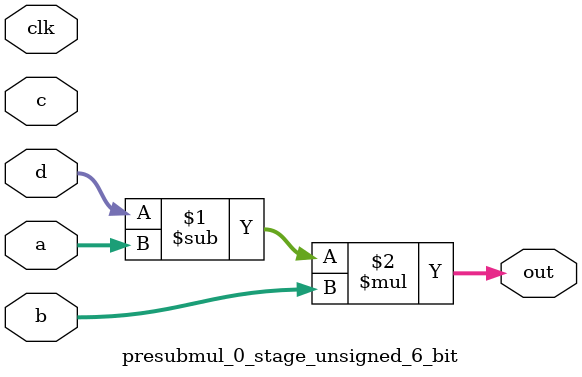
<source format=sv>
(* use_dsp = "yes" *) module presubmul_0_stage_unsigned_6_bit(
	input  [5:0] a,
	input  [5:0] b,
	input  [5:0] c,
	input  [5:0] d,
	output [5:0] out,
	input clk);

	assign out = (d - a) * b;
endmodule

</source>
